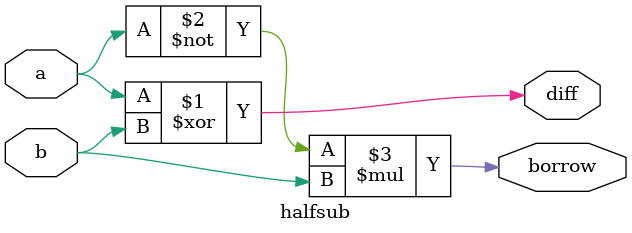
<source format=v>
module halfsub(input a,
               input b,
               output reg  diff,
               output  reg borrow);
//data flow modelling
 assign diff = (a^b);
assign borrow = (~a*b); 
  
endmodule 
</source>
